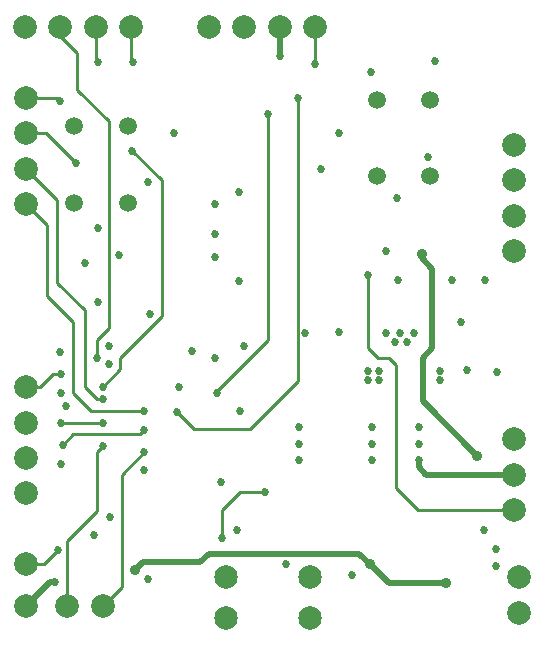
<source format=gbr>
%TF.GenerationSoftware,KiCad,Pcbnew,8.0.6*%
%TF.CreationDate,2025-01-16T10:56:52-08:00*%
%TF.ProjectId,DeskCleanerRobot2,4465736b-436c-4656-916e-6572526f626f,rev?*%
%TF.SameCoordinates,Original*%
%TF.FileFunction,Copper,L4,Bot*%
%TF.FilePolarity,Positive*%
%FSLAX46Y46*%
G04 Gerber Fmt 4.6, Leading zero omitted, Abs format (unit mm)*
G04 Created by KiCad (PCBNEW 8.0.6) date 2025-01-16 10:56:52*
%MOMM*%
%LPD*%
G01*
G04 APERTURE LIST*
%TA.AperFunction,ComponentPad*%
%ADD10C,2.000000*%
%TD*%
%TA.AperFunction,ComponentPad*%
%ADD11C,1.500000*%
%TD*%
%TA.AperFunction,ComponentPad*%
%ADD12C,1.995000*%
%TD*%
%TA.AperFunction,ViaPad*%
%ADD13C,0.685800*%
%TD*%
%TA.AperFunction,ViaPad*%
%ADD14C,0.889000*%
%TD*%
%TA.AperFunction,Conductor*%
%ADD15C,0.254000*%
%TD*%
%TA.AperFunction,Conductor*%
%ADD16C,0.508000*%
%TD*%
G04 APERTURE END LIST*
D10*
%TO.P,SC7,1,1*%
%TO.N,SC7*%
X116000000Y-33500000D03*
%TD*%
%TO.P,3V1,1,1*%
%TO.N,+3.3V*%
X100500000Y-42500000D03*
%TD*%
%TO.P,-E1,1,1*%
%TO.N,GND*%
X141850000Y-71400000D03*
%TD*%
%TO.P,SIG1,1,1*%
%TO.N,ESCsignal*%
X141850000Y-74400000D03*
%TD*%
%TO.P,SC3,1,1*%
%TO.N,SC3*%
X107000000Y-82500000D03*
%TD*%
%TO.P,GN0,1,1*%
%TO.N,GND*%
X109400000Y-33500000D03*
%TD*%
%TO.P,SD1,1,1*%
%TO.N,SD1*%
X100500000Y-45500000D03*
%TD*%
%TO.P,3V3,1,1*%
%TO.N,+3.3V*%
X100500000Y-82500000D03*
%TD*%
%TO.P,AO1,1,1*%
%TO.N,AOUT1*%
X141800000Y-52500000D03*
%TD*%
%TO.P,+E1,1,1*%
%TO.N,ESC+*%
X141850000Y-68400000D03*
%TD*%
%TO.P,BO2,1,1*%
%TO.N,BOUT2*%
X141800000Y-43500000D03*
%TD*%
%TO.P,3V7,1,1*%
%TO.N,+3.3V*%
X122000000Y-33500000D03*
%TD*%
D11*
%TO.P,BOOT1,1,1*%
%TO.N,unconnected-(BOOT1-Pad1)*%
X109100000Y-41900000D03*
%TO.P,BOOT1,2,2*%
%TO.N,Net-(IC8-IO0)*%
X109100000Y-48400000D03*
%TO.P,BOOT1,3,3*%
%TO.N,unconnected-(BOOT1-Pad3)*%
X104600000Y-41900000D03*
%TO.P,BOOT1,4,4*%
%TO.N,GND*%
X104600000Y-48400000D03*
%TD*%
D10*
%TO.P,-BAT1,1,1*%
%TO.N,GND*%
X142250000Y-80100000D03*
%TD*%
D12*
%TO.P,USB1,MH1,MH1*%
%TO.N,unconnected-(USB1-PadMH1)*%
X117425000Y-80080000D03*
%TO.P,USB1,MH2,MH2*%
%TO.N,unconnected-(USB1-PadMH2)*%
X124575000Y-80080000D03*
%TO.P,USB1,MH3,MH3*%
%TO.N,unconnected-(USB1-PadMH3)*%
X124575000Y-83530000D03*
%TO.P,USB1,MH4,MH4*%
%TO.N,unconnected-(USB1-PadMH4)*%
X117425000Y-83530000D03*
%TD*%
D10*
%TO.P,BO1,1,1*%
%TO.N,BOUT1*%
X141800000Y-46500000D03*
%TD*%
%TO.P,+BAT1,1,1*%
%TO.N,+BATT*%
X142250000Y-83100000D03*
%TD*%
%TO.P,GN3,1,1*%
%TO.N,GND*%
X100500000Y-79000000D03*
%TD*%
%TO.P,AO2,1,1*%
%TO.N,AOUT2*%
X141800000Y-49500000D03*
%TD*%
%TO.P,SD3,1,1*%
%TO.N,SD3*%
X104000000Y-82500000D03*
%TD*%
%TO.P,SD2,1,1*%
%TO.N,SD2*%
X100500000Y-70000000D03*
%TD*%
D11*
%TO.P,RESET1,1,1*%
%TO.N,Net-(IC8-EN)*%
X130250000Y-46150000D03*
%TO.P,RESET1,2,2*%
%TO.N,unconnected-(RESET1-Pad2)*%
X130250000Y-39650000D03*
%TO.P,RESET1,3,3*%
%TO.N,GND*%
X134750000Y-46150000D03*
%TO.P,RESET1,4,4*%
%TO.N,unconnected-(RESET1-Pad4)*%
X134750000Y-39650000D03*
%TD*%
D10*
%TO.P,3V0,1,1*%
%TO.N,+3.3V*%
X106400000Y-33500000D03*
%TD*%
%TO.P,SD0,1,1*%
%TO.N,SD0*%
X103400000Y-33500000D03*
%TD*%
%TO.P,SC1,1,1*%
%TO.N,SC1*%
X100500000Y-48500000D03*
%TD*%
%TO.P,SC0,1,1*%
%TO.N,SC0*%
X100400000Y-33500000D03*
%TD*%
%TO.P,SC2,1,1*%
%TO.N,SC2*%
X100500000Y-73000000D03*
%TD*%
%TO.P,3V2,1,1*%
%TO.N,+3.3V*%
X100500000Y-67000000D03*
%TD*%
%TO.P,GN1,1,1*%
%TO.N,GND*%
X100500000Y-39500000D03*
%TD*%
%TO.P,GN2,1,1*%
%TO.N,GND*%
X100500000Y-64000000D03*
%TD*%
%TO.P,GN7,1,1*%
%TO.N,GND*%
X125000000Y-33500000D03*
%TD*%
%TO.P,SD7,1,1*%
%TO.N,SD7*%
X119000000Y-33500000D03*
%TD*%
D13*
%TO.N,+5V*%
X117100000Y-76800000D03*
X120700000Y-72900000D03*
D14*
%TO.N,+BATT*%
X136100000Y-80600000D03*
X129600000Y-79000000D03*
X109700000Y-79500000D03*
%TO.N,ESC+*%
X138700000Y-69800000D03*
X134000000Y-52700000D03*
D13*
%TO.N,+3.3V*%
X137850000Y-62515000D03*
X131000000Y-52500000D03*
X116500000Y-61500000D03*
X110800000Y-46600000D03*
X137350000Y-58515000D03*
X133350000Y-59415000D03*
X107500000Y-60500000D03*
X131750000Y-60215000D03*
X130950000Y-59415000D03*
X104700000Y-45000000D03*
X103000000Y-80500000D03*
X118600000Y-66000000D03*
X132150000Y-59415000D03*
X103500000Y-64500000D03*
X119000000Y-60500000D03*
X103900000Y-65600000D03*
X114600000Y-60900000D03*
X132750000Y-60215000D03*
X106600000Y-50500000D03*
X103400000Y-61000000D03*
X103500000Y-70500000D03*
X129700000Y-37300000D03*
X106600000Y-56800000D03*
X122000000Y-36000000D03*
X106600000Y-36500000D03*
%TO.N,SC2*%
X110500000Y-67625000D03*
X103600000Y-68900000D03*
%TO.N,SD0*%
X106500000Y-61500000D03*
%TO.N,SD3*%
X107000000Y-69000000D03*
%TO.N,SD2*%
X103500000Y-67000000D03*
X107000000Y-67000000D03*
%TO.N,SD1*%
X107000000Y-65000000D03*
%TO.N,SC0*%
X109500000Y-44000000D03*
X107000000Y-64000000D03*
%TO.N,SD7*%
X113300000Y-66100000D03*
X123500000Y-39500000D03*
%TO.N,SC3*%
X110500000Y-69500000D03*
%TO.N,SC1*%
X110500000Y-66000000D03*
%TO.N,SC7*%
X116700000Y-64500000D03*
X121000000Y-40900000D03*
%TO.N,ESCsignal*%
X129500000Y-54500000D03*
%TO.N,GND*%
X117000000Y-72000000D03*
X135550000Y-63415000D03*
X105500000Y-53500000D03*
X107650000Y-74950000D03*
X133800000Y-68800000D03*
X135550000Y-62615000D03*
X122500000Y-79000000D03*
X113500000Y-64000000D03*
X139300000Y-76100000D03*
X129800000Y-68800000D03*
X140300000Y-79100000D03*
X103400000Y-39800000D03*
X135150000Y-36350000D03*
X103500000Y-62900000D03*
X125500000Y-45500000D03*
X129450000Y-63415000D03*
X140300000Y-77700000D03*
X118500000Y-55000000D03*
X107500000Y-62000000D03*
X130350000Y-62615000D03*
X136600000Y-54900000D03*
X130350000Y-63415000D03*
X129800000Y-67400000D03*
X132000000Y-54900000D03*
X129450000Y-62615000D03*
X110800000Y-80200000D03*
X116500000Y-53000000D03*
X103200000Y-77800000D03*
X133800000Y-67400000D03*
X123600000Y-68800000D03*
X113000000Y-42500000D03*
X123600000Y-67400000D03*
X108400000Y-52800000D03*
X125000000Y-36600000D03*
X123600000Y-70200000D03*
X133800000Y-70200000D03*
X124150000Y-59450000D03*
X129800000Y-70200000D03*
X118400000Y-76100000D03*
X140400000Y-62750000D03*
X110500000Y-71000000D03*
X131950000Y-48000000D03*
X116500000Y-48500000D03*
X127000000Y-59350000D03*
X116500000Y-51000000D03*
X106250000Y-76550000D03*
X127000000Y-42500000D03*
X111000000Y-57800000D03*
X134500000Y-44500000D03*
X128100000Y-79900000D03*
X118500000Y-47500000D03*
X139400000Y-54900000D03*
X109600000Y-36500000D03*
%TD*%
D15*
%TO.N,+5V*%
X117100000Y-76800000D02*
X117100000Y-74400000D01*
X117100000Y-74400000D02*
X118600000Y-72900000D01*
X118600000Y-72900000D02*
X120700000Y-72900000D01*
D16*
%TO.N,+BATT*%
X128700000Y-78100000D02*
X129600000Y-79000000D01*
X116000000Y-78100000D02*
X128700000Y-78100000D01*
X115271500Y-78828500D02*
X116000000Y-78100000D01*
X129600000Y-79000000D02*
X131200000Y-80600000D01*
X131200000Y-80600000D02*
X136100000Y-80600000D01*
X109700000Y-79500000D02*
X110371500Y-78828500D01*
X110371500Y-78828500D02*
X115271500Y-78828500D01*
%TO.N,ESC+*%
X134100000Y-65200000D02*
X134100000Y-61500000D01*
X134000000Y-53100000D02*
X134000000Y-52700000D01*
X134000000Y-52700000D02*
X134100000Y-52800000D01*
X138700000Y-69800000D02*
X134100000Y-65200000D01*
X134876100Y-53976100D02*
X134000000Y-53100000D01*
X134876100Y-60723900D02*
X134876100Y-53976100D01*
X134100000Y-61500000D02*
X134876100Y-60723900D01*
D15*
%TO.N,+3.3V*%
X106400000Y-36300000D02*
X106600000Y-36500000D01*
X102200000Y-42500000D02*
X104700000Y-45000000D01*
D16*
X102500000Y-80500000D02*
X103000000Y-80500000D01*
X122000000Y-36000000D02*
X122000000Y-33500000D01*
D15*
X100500000Y-42500000D02*
X102200000Y-42500000D01*
D16*
X100500000Y-82500000D02*
X102500000Y-80500000D01*
D15*
X106400000Y-33500000D02*
X106400000Y-36300000D01*
%TO.N,SC2*%
X104500000Y-68000000D02*
X110125000Y-68000000D01*
X103600000Y-68900000D02*
X104500000Y-68000000D01*
X110125000Y-68000000D02*
X110500000Y-67625000D01*
%TO.N,SD0*%
X104800000Y-38800000D02*
X107500000Y-41500000D01*
X107500000Y-59000000D02*
X106500000Y-60000000D01*
X107500000Y-41500000D02*
X107500000Y-59000000D01*
X106500000Y-60000000D02*
X106500000Y-61500000D01*
X103400000Y-33500000D02*
X103400000Y-34300000D01*
X104800000Y-35700000D02*
X104800000Y-38800000D01*
X103400000Y-34300000D02*
X104800000Y-35700000D01*
%TO.N,SD3*%
X107000000Y-69000000D02*
X106500000Y-69500000D01*
X106500000Y-69500000D02*
X106500000Y-74500000D01*
X106500000Y-74500000D02*
X104000000Y-77000000D01*
X104000000Y-77000000D02*
X104000000Y-82600000D01*
%TO.N,SD2*%
X107000000Y-67000000D02*
X103500000Y-67000000D01*
%TO.N,SD1*%
X105500000Y-57500000D02*
X103150000Y-55150000D01*
X106500000Y-65000000D02*
X105500000Y-64000000D01*
X103150000Y-48150000D02*
X103150000Y-55150000D01*
X107000000Y-65000000D02*
X106500000Y-65000000D01*
X100500000Y-45500000D02*
X103150000Y-48150000D01*
X105500000Y-64000000D02*
X105500000Y-57500000D01*
%TO.N,SC0*%
X112000000Y-58000000D02*
X108500000Y-61500000D01*
X109500000Y-44000000D02*
X112000000Y-46500000D01*
X108500000Y-62500000D02*
X107000000Y-64000000D01*
X112000000Y-46500000D02*
X112000000Y-58000000D01*
X108500000Y-61500000D02*
X108500000Y-62500000D01*
%TO.N,SD7*%
X113300000Y-66100000D02*
X114700000Y-67500000D01*
X123500000Y-63500000D02*
X123500000Y-39500000D01*
X114700000Y-67500000D02*
X119500000Y-67500000D01*
X119500000Y-67500000D02*
X123500000Y-63500000D01*
%TO.N,SC3*%
X110500000Y-69500000D02*
X108600000Y-71400000D01*
X108600000Y-71400000D02*
X108600000Y-80950000D01*
X108600000Y-80950000D02*
X107000000Y-82550000D01*
%TO.N,SC1*%
X104500000Y-64500000D02*
X106000000Y-66000000D01*
X104500000Y-58500000D02*
X104500000Y-64500000D01*
X106000000Y-66000000D02*
X110500000Y-66000000D01*
X100500000Y-48500000D02*
X102300000Y-50300000D01*
X102300000Y-56300000D02*
X104500000Y-58500000D01*
X102300000Y-50300000D02*
X102300000Y-56300000D01*
%TO.N,SC7*%
X121000000Y-60000000D02*
X121000000Y-40900000D01*
X116700000Y-64500000D02*
X116700000Y-64300000D01*
X116700000Y-64300000D02*
X121000000Y-60000000D01*
%TO.N,ESCsignal*%
X131200000Y-61500000D02*
X131800000Y-62100000D01*
X131800000Y-72500000D02*
X133700000Y-74400000D01*
X129500000Y-60700000D02*
X130300000Y-61500000D01*
X133700000Y-74400000D02*
X141850000Y-74400000D01*
X129500000Y-54500000D02*
X129500000Y-60700000D01*
X131800000Y-62100000D02*
X131800000Y-72500000D01*
X130300000Y-61500000D02*
X131200000Y-61500000D01*
D16*
%TO.N,GND*%
X141850000Y-71400000D02*
X134400000Y-71400000D01*
D15*
X103500000Y-62900000D02*
X102800000Y-62900000D01*
X109400000Y-36300000D02*
X109600000Y-36500000D01*
X101700000Y-64000000D02*
X100500000Y-64000000D01*
D16*
X133800000Y-70800000D02*
X134400000Y-71400000D01*
D15*
X100500000Y-39500000D02*
X103100000Y-39500000D01*
X103200000Y-77800000D02*
X102000000Y-79000000D01*
X102800000Y-62900000D02*
X101700000Y-64000000D01*
D16*
X133800000Y-70200000D02*
X133800000Y-70800000D01*
D15*
X125000000Y-33500000D02*
X125000000Y-36600000D01*
X103100000Y-39500000D02*
X103400000Y-39800000D01*
X102000000Y-79000000D02*
X100500000Y-79000000D01*
X109400000Y-33500000D02*
X109400000Y-36300000D01*
%TD*%
M02*

</source>
